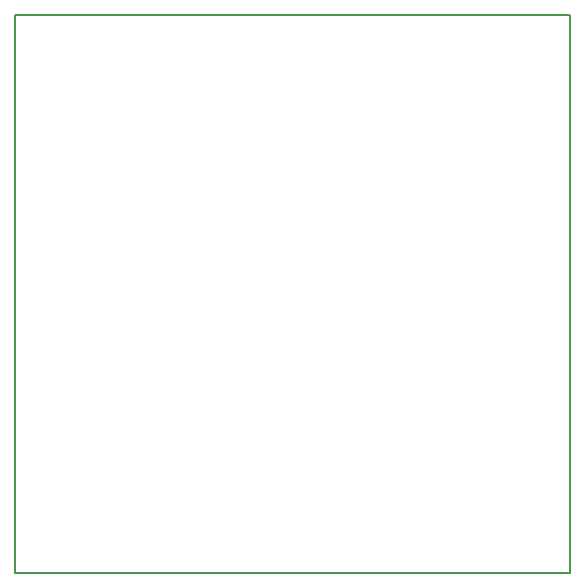
<source format=gm1>
G04 #@! TF.GenerationSoftware,KiCad,Pcbnew,8.0.1*
G04 #@! TF.CreationDate,2024-04-23T01:02:40+02:00*
G04 #@! TF.ProjectId,vectrex_cart_v1.01,76656374-7265-4785-9f63-6172745f7631,V0.1*
G04 #@! TF.SameCoordinates,Original*
G04 #@! TF.FileFunction,Profile,NP*
%FSLAX46Y46*%
G04 Gerber Fmt 4.6, Leading zero omitted, Abs format (unit mm)*
G04 Created by KiCad (PCBNEW 8.0.1) date 2024-04-23 01:02:40*
%MOMM*%
%LPD*%
G01*
G04 APERTURE LIST*
G04 #@! TA.AperFunction,Profile*
%ADD10C,0.150000*%
G04 #@! TD*
G04 APERTURE END LIST*
D10*
X89008000Y-44450000D02*
X136017000Y-44450000D01*
X136017000Y-91694000D01*
X89008000Y-91694000D01*
X89008000Y-44450000D01*
M02*

</source>
